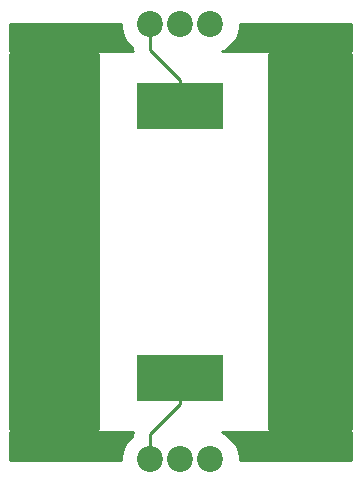
<source format=gbr>
G04 #@! TF.GenerationSoftware,KiCad,Pcbnew,(5.1.2)-2*
G04 #@! TF.CreationDate,2019-08-07T17:13:24-07:00*
G04 #@! TF.ProjectId,solarcell,736f6c61-7263-4656-9c6c-2e6b69636164,rev?*
G04 #@! TF.SameCoordinates,Original*
G04 #@! TF.FileFunction,Copper,L1,Top*
G04 #@! TF.FilePolarity,Positive*
%FSLAX46Y46*%
G04 Gerber Fmt 4.6, Leading zero omitted, Abs format (unit mm)*
G04 Created by KiCad (PCBNEW (5.1.2)-2) date 2019-08-07 17:13:24*
%MOMM*%
%LPD*%
G04 APERTURE LIST*
%ADD10R,7.400000X4.000000*%
%ADD11C,2.200000*%
%ADD12C,0.250000*%
%ADD13C,0.254000*%
G04 APERTURE END LIST*
D10*
X76200000Y-77400000D03*
X76200000Y-100400000D03*
D11*
X73660000Y-70485000D03*
X76200000Y-70485000D03*
X78740000Y-70485000D03*
X78740000Y-107315000D03*
X76200000Y-107315000D03*
X73660000Y-107315000D03*
D12*
X76200000Y-102650000D02*
X73660000Y-105190000D01*
X76200000Y-100400000D02*
X76200000Y-102650000D01*
X73660000Y-105190000D02*
X73660000Y-107315000D01*
X76200000Y-75150000D02*
X73660000Y-72610000D01*
X76200000Y-77400000D02*
X76200000Y-75150000D01*
X73660000Y-72610000D02*
X73660000Y-70485000D01*
D13*
G36*
X71163000Y-70730933D02*
G01*
X71258958Y-71213348D01*
X71447187Y-71667773D01*
X71720453Y-72076745D01*
X72068255Y-72424547D01*
X72138000Y-72471149D01*
X72138000Y-72535233D01*
X72130636Y-72610000D01*
X72138000Y-72684766D01*
X72138000Y-72684768D01*
X72146493Y-72771000D01*
X61782000Y-72771000D01*
X61782000Y-70418000D01*
X71163000Y-70418000D01*
X71163000Y-70730933D01*
X71163000Y-70730933D01*
G37*
X71163000Y-70730933D02*
X71258958Y-71213348D01*
X71447187Y-71667773D01*
X71720453Y-72076745D01*
X72068255Y-72424547D01*
X72138000Y-72471149D01*
X72138000Y-72535233D01*
X72130636Y-72610000D01*
X72138000Y-72684766D01*
X72138000Y-72684768D01*
X72146493Y-72771000D01*
X61782000Y-72771000D01*
X61782000Y-70418000D01*
X71163000Y-70418000D01*
X71163000Y-70730933D01*
G36*
X90618000Y-72771000D02*
G01*
X79746084Y-72771000D01*
X79922773Y-72697813D01*
X80331745Y-72424547D01*
X80679547Y-72076745D01*
X80952813Y-71667773D01*
X81141042Y-71213348D01*
X81237000Y-70730933D01*
X81237000Y-70418000D01*
X90618000Y-70418000D01*
X90618000Y-72771000D01*
X90618000Y-72771000D01*
G37*
X90618000Y-72771000D02*
X79746084Y-72771000D01*
X79922773Y-72697813D01*
X80331745Y-72424547D01*
X80679547Y-72076745D01*
X80952813Y-71667773D01*
X81141042Y-71213348D01*
X81237000Y-70730933D01*
X81237000Y-70418000D01*
X90618000Y-70418000D01*
X90618000Y-72771000D01*
G36*
X90618001Y-104775000D02*
G01*
X83693000Y-104775000D01*
X83693000Y-73025000D01*
X90618000Y-73025000D01*
X90618001Y-104775000D01*
X90618001Y-104775000D01*
G37*
X90618001Y-104775000D02*
X83693000Y-104775000D01*
X83693000Y-73025000D01*
X90618000Y-73025000D01*
X90618001Y-104775000D01*
G36*
X69215000Y-104775000D02*
G01*
X61782000Y-104775000D01*
X61782000Y-73025000D01*
X69215000Y-73025000D01*
X69215000Y-104775000D01*
X69215000Y-104775000D01*
G37*
X69215000Y-104775000D02*
X61782000Y-104775000D01*
X61782000Y-73025000D01*
X69215000Y-73025000D01*
X69215000Y-104775000D01*
G36*
X72130636Y-105190000D02*
G01*
X72138000Y-105264767D01*
X72138000Y-105328851D01*
X72068255Y-105375453D01*
X71720453Y-105723255D01*
X71447187Y-106132227D01*
X71258958Y-106586652D01*
X71163000Y-107069067D01*
X71163000Y-107382000D01*
X61782000Y-107382000D01*
X61782000Y-105029000D01*
X72146493Y-105029000D01*
X72130636Y-105190000D01*
X72130636Y-105190000D01*
G37*
X72130636Y-105190000D02*
X72138000Y-105264767D01*
X72138000Y-105328851D01*
X72068255Y-105375453D01*
X71720453Y-105723255D01*
X71447187Y-106132227D01*
X71258958Y-106586652D01*
X71163000Y-107069067D01*
X71163000Y-107382000D01*
X61782000Y-107382000D01*
X61782000Y-105029000D01*
X72146493Y-105029000D01*
X72130636Y-105190000D01*
G36*
X90618001Y-107382000D02*
G01*
X81237000Y-107382000D01*
X81237000Y-107069067D01*
X81141042Y-106586652D01*
X80952813Y-106132227D01*
X80679547Y-105723255D01*
X80331745Y-105375453D01*
X79922773Y-105102187D01*
X79746084Y-105029000D01*
X90618001Y-105029000D01*
X90618001Y-107382000D01*
X90618001Y-107382000D01*
G37*
X90618001Y-107382000D02*
X81237000Y-107382000D01*
X81237000Y-107069067D01*
X81141042Y-106586652D01*
X80952813Y-106132227D01*
X80679547Y-105723255D01*
X80331745Y-105375453D01*
X79922773Y-105102187D01*
X79746084Y-105029000D01*
X90618001Y-105029000D01*
X90618001Y-107382000D01*
M02*

</source>
